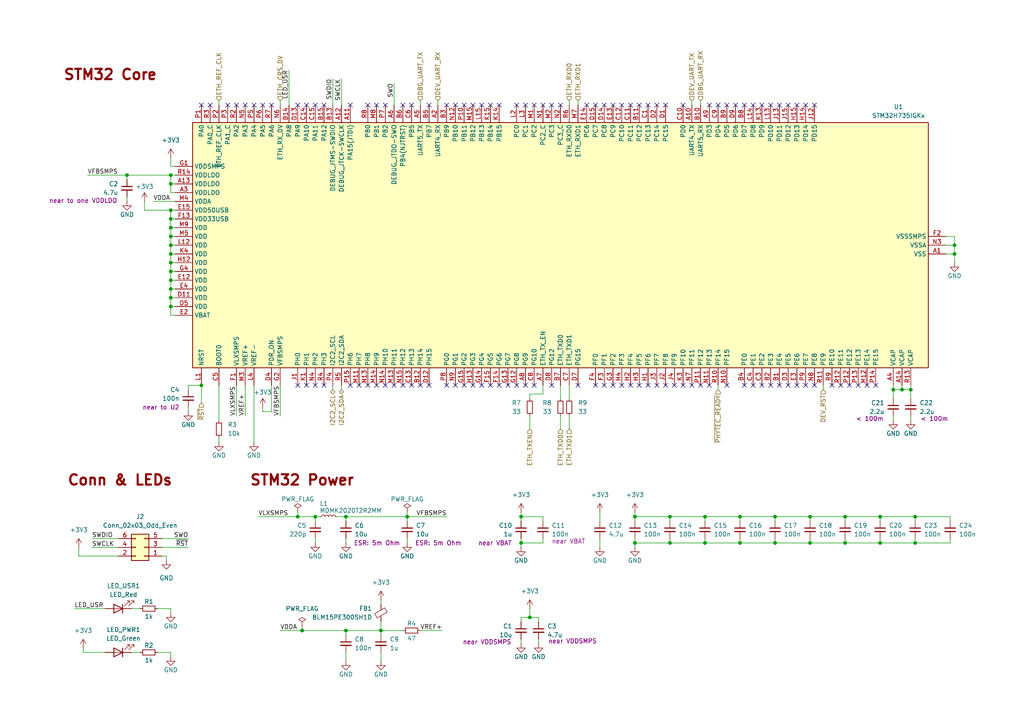
<source format=kicad_sch>
(kicad_sch (version 20250114) (generator "eeschema") (generator_version "9.0")
  (paper "A4")
  (title_block (title "tty2eth-nano: stm32") (date "2024-12-04") (rev "1") (company "Institute of Technical Chemistry - Leibniz University Hannover"))
  (text "STM32 Power" (at 87.63 139.446 0) (effects (font (size 3 3) (bold yes))))
  (text "STM32 Core" (at 32.004 21.844 0) (effects (font (size 3 3) (bold yes))))
  (text "Conn & LEDs" (at 34.798 139.446 0) (effects (font (size 3 3) (bold yes))))
  (junction (at 255.27 157.48))
  (junction (at 214.63 149.86))
  (junction (at 118.11 149.86))
  (junction (at 276.86 73.66))
  (junction (at 214.63 157.48))
  (junction (at 265.43 157.48))
  (junction (at 276.86 71.12))
  (junction (at 194.31 149.86))
  (junction (at 49.53 83.82))
  (junction (at 49.53 66.04))
  (junction (at 245.11 149.86))
  (junction (at 153.67 179.07))
  (junction (at 36.83 50.8))
  (junction (at 49.53 88.9))
  (junction (at 91.44 149.86))
  (junction (at 49.53 50.8))
  (junction (at 49.53 68.58))
  (junction (at 49.53 73.66))
  (junction (at 49.53 76.2))
  (junction (at 194.31 157.48))
  (junction (at 255.27 149.86))
  (junction (at 49.53 81.28))
  (junction (at 265.43 149.86))
  (junction (at 204.47 149.86))
  (junction (at 234.95 157.48))
  (junction (at 49.53 86.36))
  (junction (at 224.79 149.86))
  (junction (at 49.53 63.5))
  (junction (at 184.15 149.86))
  (junction (at 264.16 113.03))
  (junction (at 87.63 182.88))
  (junction (at 49.53 53.34))
  (junction (at 234.95 149.86))
  (junction (at 86.36 149.86))
  (junction (at 49.53 78.74))
  (junction (at 100.33 149.86))
  (junction (at 224.79 157.48))
  (junction (at 110.49 182.88))
  (junction (at 151.13 157.48))
  (junction (at 151.13 149.86))
  (junction (at 49.53 71.12))
  (junction (at 204.47 157.48))
  (junction (at 261.62 113.03))
  (junction (at 245.11 157.48))
  (junction (at 184.15 157.48))
  (junction (at 100.33 182.88))
  (junction (at 58.42 111.76))
  (junction (at 49.53 60.96))
  (junction (at 259.08 113.03))
  (no_connect (at 223.52 111.76))
  (no_connect (at 185.42 111.76))
  (no_connect (at 243.84 111.76))
  (no_connect (at 119.38 30.48))
  (no_connect (at 210.82 30.48))
  (no_connect (at 172.72 30.48))
  (no_connect (at 193.04 111.76))
  (no_connect (at 177.8 30.48))
  (no_connect (at 106.68 30.48))
  (no_connect (at 134.62 30.48))
  (no_connect (at 167.64 111.76))
  (no_connect (at 187.96 30.48))
  (no_connect (at 198.12 30.48))
  (no_connect (at 210.82 111.76))
  (no_connect (at 142.24 111.76))
  (no_connect (at 88.9 111.76))
  (no_connect (at 147.32 111.76))
  (no_connect (at 111.76 111.76))
  (no_connect (at 91.44 111.76))
  (no_connect (at 111.76 30.48))
  (no_connect (at 60.96 30.48))
  (no_connect (at 218.44 30.48))
  (no_connect (at 134.62 111.76))
  (no_connect (at 149.86 111.76))
  (no_connect (at 101.6 111.76))
  (no_connect (at 228.6 30.48))
  (no_connect (at 129.54 30.48))
  (no_connect (at 124.46 111.76))
  (no_connect (at 233.68 30.48))
  (no_connect (at 114.3 111.76))
  (no_connect (at 160.02 30.48))
  (no_connect (at 78.74 30.48))
  (no_connect (at 231.14 111.76))
  (no_connect (at 236.22 111.76))
  (no_connect (at 226.06 30.48))
  (no_connect (at 104.14 111.76))
  (no_connect (at 177.8 111.76))
  (no_connect (at 132.08 30.48))
  (no_connect (at 116.84 30.48))
  (no_connect (at 254 111.76))
  (no_connect (at 172.72 111.76))
  (no_connect (at 129.54 111.76))
  (no_connect (at 132.08 111.76))
  (no_connect (at 76.2 30.48))
  (no_connect (at 205.74 30.48))
  (no_connect (at 180.34 30.48))
  (no_connect (at 226.06 111.76))
  (no_connect (at 223.52 30.48))
  (no_connect (at 144.78 111.76))
  (no_connect (at 190.5 111.76))
  (no_connect (at 86.36 30.48))
  (no_connect (at 58.42 30.48))
  (no_connect (at 218.44 111.76))
  (no_connect (at 91.44 30.48))
  (no_connect (at 106.68 111.76))
  (no_connect (at 215.9 30.48))
  (no_connect (at 251.46 111.76))
  (no_connect (at 73.66 30.48))
  (no_connect (at 139.7 111.76))
  (no_connect (at 162.56 30.48))
  (no_connect (at 93.98 30.48))
  (no_connect (at 231.14 30.48))
  (no_connect (at 208.28 30.48))
  (no_connect (at 187.96 111.76))
  (no_connect (at 137.16 30.48))
  (no_connect (at 109.22 111.76))
  (no_connect (at 124.46 30.48))
  (no_connect (at 88.9 30.48))
  (no_connect (at 246.38 111.76))
  (no_connect (at 121.92 111.76))
  (no_connect (at 175.26 30.48))
  (no_connect (at 93.98 111.76))
  (no_connect (at 116.84 111.76))
  (no_connect (at 220.98 30.48))
  (no_connect (at 241.3 111.76))
  (no_connect (at 170.18 30.48))
  (no_connect (at 154.94 30.48))
  (no_connect (at 152.4 30.48))
  (no_connect (at 109.22 30.48))
  (no_connect (at 142.24 30.48))
  (no_connect (at 203.2 111.76))
  (no_connect (at 198.12 111.76))
  (no_connect (at 137.16 111.76))
  (no_connect (at 215.9 111.76))
  (no_connect (at 233.68 111.76))
  (no_connect (at 236.22 30.48))
  (no_connect (at 139.7 30.48))
  (no_connect (at 200.66 111.76))
  (no_connect (at 185.42 30.48))
  (no_connect (at 180.34 111.76))
  (no_connect (at 152.4 111.76))
  (no_connect (at 193.04 30.48))
  (no_connect (at 68.58 30.48))
  (no_connect (at 157.48 30.48))
  (no_connect (at 182.88 30.48))
  (no_connect (at 205.74 111.76))
  (no_connect (at 190.5 30.48))
  (no_connect (at 86.36 111.76))
  (no_connect (at 66.04 30.48))
  (no_connect (at 228.6 111.76))
  (no_connect (at 119.38 111.76))
  (no_connect (at 182.88 111.76))
  (no_connect (at 144.78 30.48))
  (no_connect (at 213.36 30.48))
  (no_connect (at 71.12 30.48))
  (no_connect (at 160.02 111.76))
  (no_connect (at 175.26 111.76))
  (no_connect (at 248.92 111.76))
  (no_connect (at 101.6 30.48))
  (no_connect (at 149.86 30.48))
  (no_connect (at 220.98 111.76))
  (no_connect (at 154.94 111.76))
  (no_connect (at 195.58 111.76))
  (wire (pts (xy 50.8 53.34) (xy 49.53 53.34)))
  (wire (pts (xy 22.86 161.29) (xy 34.29 161.29)))
  (wire (pts (xy 275.59 156.21) (xy 275.59 157.48)))
  (wire (pts (xy 81.28 29.21) (xy 81.28 30.48)))
  (wire (pts (xy 45.72 176.53) (xy 49.53 176.53)))
  (wire (pts (xy 22.86 158.75) (xy 22.86 161.29)))
  (wire (pts (xy 54.61 118.11) (xy 54.61 119.38)))
  (wire (pts (xy 91.44 149.86) (xy 92.71 149.86)))
  (wire (pts (xy 49.53 86.36) (xy 49.53 88.9)))
  (wire (pts (xy 100.33 156.21) (xy 100.33 157.48)))
  (wire (pts (xy 151.13 185.42) (xy 151.13 186.69)))
  (wire (pts (xy 234.95 156.21) (xy 234.95 157.48)))
  (wire (pts (xy 167.64 30.48) (xy 167.64 29.21)))
  (wire (pts (xy 151.13 149.86) (xy 157.48 149.86)))
  (wire (pts (xy 100.33 182.88) (xy 110.49 182.88)))
  (wire (pts (xy 214.63 149.86) (xy 204.47 149.86)))
  (wire (pts (xy 86.36 149.86) (xy 91.44 149.86)))
  (wire (pts (xy 162.56 111.76) (xy 162.56 115.57)))
  (wire (pts (xy 50.8 76.2) (xy 49.53 76.2)))
  (wire (pts (xy 86.36 148.59) (xy 86.36 149.86)))
  (wire (pts (xy 238.76 111.76) (xy 238.76 113.03)))
  (wire (pts (xy 153.67 176.53) (xy 153.67 179.07)))
  (wire (pts (xy 151.13 157.48) (xy 151.13 158.75)))
  (wire (pts (xy 224.79 149.86) (xy 214.63 149.86)))
  (wire (pts (xy 165.1 29.21) (xy 165.1 30.48)))
  (wire (pts (xy 265.43 157.48) (xy 275.59 157.48)))
  (wire (pts (xy 118.11 149.86) (xy 100.33 149.86)))
  (wire (pts (xy 255.27 149.86) (xy 245.11 149.86)))
  (wire (pts (xy 224.79 157.48) (xy 234.95 157.48)))
  (wire (pts (xy 265.43 149.86) (xy 255.27 149.86)))
  (wire (pts (xy 204.47 156.21) (xy 204.47 157.48)))
  (wire (pts (xy 204.47 149.86) (xy 194.31 149.86)))
  (wire (pts (xy 87.63 181.61) (xy 87.63 182.88)))
  (wire (pts (xy 245.11 149.86) (xy 234.95 149.86)))
  (wire (pts (xy 99.06 22.86) (xy 99.06 30.48)))
  (wire (pts (xy 214.63 156.21) (xy 214.63 157.48)))
  (wire (pts (xy 121.92 29.21) (xy 121.92 30.48)))
  (wire (pts (xy 49.53 71.12) (xy 49.53 68.58)))
  (wire (pts (xy 157.48 114.3) (xy 157.48 111.76)))
  (wire (pts (xy 110.49 173.99) (xy 110.49 175.26)))
  (wire (pts (xy 276.86 68.58) (xy 276.86 71.12)))
  (wire (pts (xy 245.11 157.48) (xy 255.27 157.48)))
  (wire (pts (xy 26.67 158.75) (xy 34.29 158.75)))
  (wire (pts (xy 173.99 148.59) (xy 173.99 151.13)))
  (wire (pts (xy 276.86 73.66) (xy 276.86 76.2)))
  (wire (pts (xy 162.56 120.65) (xy 162.56 124.46)))
  (wire (pts (xy 68.58 120.65) (xy 68.58 111.76)))
  (wire (pts (xy 78.74 119.38) (xy 78.74 111.76)))
  (wire (pts (xy 46.99 161.29) (xy 48.26 161.29)))
  (wire (pts (xy 214.63 157.48) (xy 224.79 157.48)))
  (wire (pts (xy 165.1 115.57) (xy 165.1 111.76)))
  (wire (pts (xy 264.16 113.03) (xy 264.16 115.57)))
  (wire (pts (xy 194.31 156.21) (xy 194.31 157.48)))
  (wire (pts (xy 153.67 120.65) (xy 153.67 124.46)))
  (wire (pts (xy 50.8 63.5) (xy 49.53 63.5)))
  (wire (pts (xy 49.53 189.23) (xy 49.53 190.5)))
  (wire (pts (xy 184.15 148.59) (xy 184.15 149.86)))
  (wire (pts (xy 50.8 73.66) (xy 49.53 73.66)))
  (wire (pts (xy 200.66 29.21) (xy 200.66 30.48)))
  (wire (pts (xy 81.28 111.76) (xy 81.28 120.65)))
  (wire (pts (xy 275.59 149.86) (xy 265.43 149.86)))
  (wire (pts (xy 36.83 50.8) (xy 49.53 50.8)))
  (wire (pts (xy 203.2 29.21) (xy 203.2 30.48)))
  (wire (pts (xy 275.59 151.13) (xy 275.59 149.86)))
  (wire (pts (xy 151.13 149.86) (xy 151.13 151.13)))
  (wire (pts (xy 184.15 157.48) (xy 194.31 157.48)))
  (wire (pts (xy 194.31 157.48) (xy 204.47 157.48)))
  (wire (pts (xy 234.95 149.86) (xy 234.95 151.13)))
  (wire (pts (xy 49.53 76.2) (xy 49.53 78.74)))
  (wire (pts (xy 255.27 156.21) (xy 255.27 157.48)))
  (wire (pts (xy 259.08 111.76) (xy 259.08 113.03)))
  (wire (pts (xy 259.08 120.65) (xy 259.08 121.92)))
  (wire (pts (xy 255.27 157.48) (xy 265.43 157.48)))
  (wire (pts (xy 91.44 156.21) (xy 91.44 157.48)))
  (wire (pts (xy 274.32 68.58) (xy 276.86 68.58)))
  (wire (pts (xy 194.31 149.86) (xy 194.31 151.13)))
  (wire (pts (xy 99.06 113.03) (xy 99.06 111.76)))
  (wire (pts (xy 49.53 63.5) (xy 49.53 66.04)))
  (wire (pts (xy 76.2 119.38) (xy 78.74 119.38)))
  (wire (pts (xy 157.48 151.13) (xy 157.48 149.86)))
  (wire (pts (xy 184.15 157.48) (xy 184.15 158.75)))
  (wire (pts (xy 26.67 156.21) (xy 34.29 156.21)))
  (wire (pts (xy 25.4 50.8) (xy 36.83 50.8)))
  (wire (pts (xy 50.8 88.9) (xy 49.53 88.9)))
  (wire (pts (xy 274.32 71.12) (xy 276.86 71.12)))
  (wire (pts (xy 156.21 179.07) (xy 156.21 180.34)))
  (wire (pts (xy 50.8 48.26) (xy 49.53 48.26)))
  (wire (pts (xy 153.67 114.3) (xy 153.67 115.57)))
  (wire (pts (xy 71.12 111.76) (xy 71.12 120.65)))
  (wire (pts (xy 44.45 58.42) (xy 50.8 58.42)))
  (wire (pts (xy 63.5 111.76) (xy 63.5 121.92)))
  (wire (pts (xy 41.91 60.96) (xy 41.91 58.42)))
  (wire (pts (xy 45.72 189.23) (xy 49.53 189.23)))
  (wire (pts (xy 50.8 78.74) (xy 49.53 78.74)))
  (wire (pts (xy 153.67 179.07) (xy 156.21 179.07)))
  (wire (pts (xy 264.16 111.76) (xy 264.16 113.03)))
  (wire (pts (xy 100.33 149.86) (xy 100.33 151.13)))
  (wire (pts (xy 36.83 50.8) (xy 36.83 52.07)))
  (wire (pts (xy 265.43 149.86) (xy 265.43 151.13)))
  (wire (pts (xy 157.48 156.21) (xy 157.48 157.48)))
  (wire (pts (xy 234.95 157.48) (xy 245.11 157.48)))
  (wire (pts (xy 46.99 156.21) (xy 54.61 156.21)))
  (wire (pts (xy 151.13 179.07) (xy 151.13 180.34)))
  (wire (pts (xy 63.5 127) (xy 63.5 128.27)))
  (wire (pts (xy 49.53 176.53) (xy 49.53 177.8)))
  (wire (pts (xy 49.53 55.88) (xy 49.53 53.34)))
  (wire (pts (xy 41.91 60.96) (xy 49.53 60.96)))
  (wire (pts (xy 157.48 157.48) (xy 151.13 157.48)))
  (wire (pts (xy 184.15 156.21) (xy 184.15 157.48)))
  (wire (pts (xy 165.1 124.46) (xy 165.1 120.65)))
  (wire (pts (xy 151.13 148.59) (xy 151.13 149.86)))
  (wire (pts (xy 24.13 189.23) (xy 30.48 189.23)))
  (wire (pts (xy 76.2 118.11) (xy 76.2 119.38)))
  (wire (pts (xy 50.8 81.28) (xy 49.53 81.28)))
  (wire (pts (xy 54.61 111.76) (xy 58.42 111.76)))
  (wire (pts (xy 38.1 189.23) (xy 40.64 189.23)))
  (wire (pts (xy 50.8 83.82) (xy 49.53 83.82)))
  (wire (pts (xy 121.92 182.88) (xy 128.27 182.88)))
  (wire (pts (xy 63.5 29.21) (xy 63.5 30.48)))
  (wire (pts (xy 118.11 156.21) (xy 118.11 157.48)))
  (wire (pts (xy 208.28 113.03) (xy 208.28 111.76)))
  (wire (pts (xy 49.53 60.96) (xy 49.53 63.5)))
  (wire (pts (xy 151.13 156.21) (xy 151.13 157.48)))
  (wire (pts (xy 255.27 149.86) (xy 255.27 151.13)))
  (wire (pts (xy 114.3 24.13) (xy 114.3 30.48)))
  (wire (pts (xy 156.21 185.42) (xy 156.21 186.69)))
  (wire (pts (xy 49.53 53.34) (xy 49.53 50.8)))
  (wire (pts (xy 100.33 189.23) (xy 100.33 191.77)))
  (wire (pts (xy 118.11 151.13) (xy 118.11 149.86)))
  (wire (pts (xy 50.8 68.58) (xy 49.53 68.58)))
  (wire (pts (xy 259.08 113.03) (xy 259.08 115.57)))
  (wire (pts (xy 91.44 149.86) (xy 91.44 151.13)))
  (wire (pts (xy 96.52 113.03) (xy 96.52 111.76)))
  (wire (pts (xy 214.63 149.86) (xy 214.63 151.13)))
  (wire (pts (xy 110.49 182.88) (xy 110.49 184.15)))
  (wire (pts (xy 49.53 88.9) (xy 49.53 91.44)))
  (wire (pts (xy 49.53 83.82) (xy 49.53 86.36)))
  (wire (pts (xy 110.49 189.23) (xy 110.49 191.77)))
  (wire (pts (xy 245.11 149.86) (xy 245.11 151.13)))
  (wire (pts (xy 100.33 184.15) (xy 100.33 182.88)))
  (wire (pts (xy 24.13 187.96) (xy 24.13 189.23)))
  (wire (pts (xy 50.8 55.88) (xy 49.53 55.88)))
  (wire (pts (xy 265.43 156.21) (xy 265.43 157.48)))
  (wire (pts (xy 49.53 48.26) (xy 49.53 45.72)))
  (wire (pts (xy 74.93 149.86) (xy 86.36 149.86)))
  (wire (pts (xy 264.16 120.65) (xy 264.16 121.92)))
  (wire (pts (xy 224.79 149.86) (xy 224.79 151.13)))
  (wire (pts (xy 21.59 176.53) (xy 30.48 176.53)))
  (wire (pts (xy 100.33 149.86) (xy 97.79 149.86)))
  (wire (pts (xy 83.82 20.32) (xy 83.82 30.48)))
  (wire (pts (xy 173.99 156.21) (xy 173.99 158.75)))
  (wire (pts (xy 50.8 71.12) (xy 49.53 71.12)))
  (wire (pts (xy 49.53 50.8) (xy 50.8 50.8)))
  (wire (pts (xy 184.15 149.86) (xy 184.15 151.13)))
  (wire (pts (xy 276.86 71.12) (xy 276.86 73.66)))
  (wire (pts (xy 261.62 113.03) (xy 261.62 111.76)))
  (wire (pts (xy 153.67 114.3) (xy 157.48 114.3)))
  (wire (pts (xy 48.26 161.29) (xy 48.26 162.56)))
  (wire (pts (xy 46.99 158.75) (xy 54.61 158.75)))
  (wire (pts (xy 38.1 176.53) (xy 40.64 176.53)))
  (wire (pts (xy 224.79 156.21) (xy 224.79 157.48)))
  (wire (pts (xy 110.49 180.34) (xy 110.49 182.88)))
  (wire (pts (xy 54.61 113.03) (xy 54.61 111.76)))
  (wire (pts (xy 234.95 149.86) (xy 224.79 149.86)))
  (wire (pts (xy 49.53 73.66) (xy 49.53 71.12)))
  (wire (pts (xy 259.08 113.03) (xy 261.62 113.03)))
  (wire (pts (xy 118.11 148.59) (xy 118.11 149.86)))
  (wire (pts (xy 50.8 60.96) (xy 49.53 60.96)))
  (wire (pts (xy 36.83 57.15) (xy 36.83 58.42)))
  (wire (pts (xy 50.8 91.44) (xy 49.53 91.44)))
  (wire (pts (xy 49.53 81.28) (xy 49.53 78.74)))
  (wire (pts (xy 127 29.21) (xy 127 30.48)))
  (wire (pts (xy 87.63 182.88) (xy 100.33 182.88)))
  (wire (pts (xy 49.53 73.66) (xy 49.53 76.2)))
  (wire (pts (xy 204.47 157.48) (xy 214.63 157.48)))
  (wire (pts (xy 245.11 156.21) (xy 245.11 157.48)))
  (wire (pts (xy 49.53 81.28) (xy 49.53 83.82)))
  (wire (pts (xy 49.53 66.04) (xy 50.8 66.04)))
  (wire (pts (xy 73.66 111.76) (xy 73.66 128.27)))
  (wire (pts (xy 261.62 113.03) (xy 264.16 113.03)))
  (wire (pts (xy 274.32 73.66) (xy 276.86 73.66)))
  (wire (pts (xy 151.13 179.07) (xy 153.67 179.07)))
  (wire (pts (xy 110.49 182.88) (xy 116.84 182.88)))
  (wire (pts (xy 49.53 66.04) (xy 49.53 68.58)))
  (wire (pts (xy 81.28 182.88) (xy 87.63 182.88)))
  (wire (pts (xy 118.11 149.86) (xy 129.54 149.86)))
  (wire (pts (xy 204.47 149.86) (xy 204.47 151.13)))
  (wire (pts (xy 96.52 22.86) (xy 96.52 30.48)))
  (wire (pts (xy 50.8 86.36) (xy 49.53 86.36)))
  (wire (pts (xy 194.31 149.86) (xy 184.15 149.86)))
  (wire (pts (xy 58.42 116.84) (xy 58.42 111.76)))
  (label "VFBSMPS" (at 25.4 50.8 0))
  (label "VLXSMPS" (at 68.58 120.65 90))
  (label "LED_USR" (at 83.82 20.32 270))
  (label "SWCLK" (at 99.06 22.86 270))
  (label "VLXSMPS" (at 74.93 149.86 0))
  (label "SWDIO" (at 26.67 156.21 0))
  (label "LED_USR" (at 21.59 176.53 0))
  (label "VDDA" (at 44.45 58.42 0))
  (label "SWCLK" (at 26.67 158.75 0))
  (label "VREF+" (at 128.27 182.88 180))
  (label "VFBSMPS" (at 129.54 149.86 180))
  (label "VFBSMPS" (at 81.28 120.65 90))
  (label "SWO" (at 54.61 156.21 180))
  (label "VDDA" (at 81.28 182.88 0))
  (label "SWO" (at 114.3 24.13 270))
  (label "SWDIO" (at 96.52 22.86 270))
  (label "~{RST}" (at 54.61 158.75 180))
  (label "VREF+" (at 71.12 120.65 90))
  (hierarchical_label "I2C2_SDA" (shape bidirectional) (at 99.06 113.03 270))
  (hierarchical_label "ETH_TXD0" (shape input) (at 162.56 124.46 270))
  (hierarchical_label "ETH_CRS_DV" (shape input) (at 81.28 29.21 90))
  (hierarchical_label "ETH_REF_CLK" (shape input) (at 63.5 29.21 90))
  (hierarchical_label "ETH_TXEN" (shape input) (at 153.67 124.46 270))
  (hierarchical_label "DEV_UART_RX" (shape input) (at 127 29.21 90))
  (hierarchical_label "I2C2_SCL" (shape bidirectional) (at 96.52 113.03 270))
  (hierarchical_label "DBG_UART_TX" (shape input) (at 121.92 29.21 90))
  (hierarchical_label "~{RST}" (shape input) (at 58.42 116.84 270))
  (hierarchical_label "DEV_UART_TX" (shape input) (at 200.66 29.21 90))
  (hierarchical_label "ETH_TXD1" (shape input) (at 165.1 124.46 270))
  (hierarchical_label "DEV_RST" (shape input) (at 238.76 113.03 270))
  (hierarchical_label "ETH_RXD1" (shape input) (at 167.64 29.21 90))
  (hierarchical_label "ETH_RXD0" (shape input) (at 165.1 29.21 90))
  (hierarchical_label "~{PHYTEC_READY}" (shape input) (at 208.28 113.03 270))
  (hierarchical_label "DBG_UART_RX" (shape input) (at 203.2 29.21 90))
  (symbol (lib_id "power:GND") (at 100.33 157.48 0) (unit 1)
    (property "Reference" "#PWR020" (effects (hide yes)))
    (property "Value" "GND" (at 100.33 161.29 0))
    (property "Description" "Power symbol creates a global label with name \"GND\" , ground" (effects (hide yes)))
  )
  (symbol (lib_id "Device:C_Small") (at 259.08 118.11 0) (mirror y) (unit 1)
    (property "Reference" "C21" (at 256.54 116.8462 0) (effects (justify left)))
    (property "Value" "2.2u" (at 256.54 119.3862 0) (effects (justify left)))
    (property "Footprint" "extras:C_0402" (effects (hide yes)))
    (property "Description" "Unpolarized capacitor, small symbol" (effects (hide yes)))
    (property "ESR" "< 100m" (at 256.286 121.412 0) (effects (justify left)))
    (property "Mouser Part Number" "963-MSASL105SB5225KF" (effects (hide yes)))
  )
  (symbol (lib_id "power:GND") (at 49.53 177.8 0) (unit 1)
    (property "Reference" "#PWR011" (effects (hide yes)))
    (property "Value" "GND" (at 49.53 181.61 0))
    (property "Description" "Power symbol creates a global label with name \"GND\" , ground" (effects (hide yes)))
  )
  (symbol (lib_id "power:GND") (at 276.86 76.2 0) (unit 1)
    (property "Reference" "#PWR033" (effects (hide yes)))
    (property "Value" "GND" (at 276.86 80.01 0))
    (property "Description" "Power symbol creates a global label with name \"GND\" , ground" (effects (hide yes)))
  )
  (symbol (lib_id "Device:LED") (at 34.29 189.23 180) (unit 1)
    (property "Reference" "LED_PWR1" (at 35.814 182.626 0))
    (property "Value" "LED_Green" (at 35.814 185.166 0))
    (property "Footprint" "LED_SMD:LED_0402_1005Metric_Pad0.77x0.64mm_HandSolder" (effects (hide yes)))
    (property "Description" "Light emitting diode" (effects (hide yes)))
    (property "Mouser Part Number" "755-SML-P11MTT86R" (effects (hide yes)))
    (property "Display" "PWR" (effects (hide yes)))
  )
  (symbol (lib_id "Device:C_Small") (at 157.48 153.67 0) (unit 1)
    (property "Reference" "C11" (at 160.02 152.4062 0) (effects (justify left)))
    (property "Value" "100n" (at 160.02 154.9462 0) (effects (justify left)))
    (property "Footprint" "extras:C_0402" (effects (hide yes)))
    (property "Description" "Unpolarized capacitor, small symbol" (effects (hide yes)))
    (property "note" "near VBAT" (at 160.02 156.972 0) (effects (justify left)))
    (property "Mouser Part Number" "80-C0402C104K4R7867" (effects (hide yes)))
  )
  (symbol (lib_id "power:PWR_FLAG") (at 86.36 148.59 0) (unit 1)
    (property "Reference" "#FLG03" (effects (hide yes)))
    (property "Value" "PWR_FLAG" (at 86.36 144.78 0))
    (property "Description" "Special symbol for telling ERC where power comes from" (effects (hide yes)))
  )
  (symbol (lib_id "power:GND") (at 54.61 119.38 0) (unit 1)
    (property "Reference" "#PWR013" (effects (hide yes)))
    (property "Value" "GND" (at 54.61 123.19 0))
    (property "Description" "Power symbol creates a global label with name \"GND\" , ground" (effects (hide yes)))
  )
  (symbol (lib_id "Device:C_Small") (at 184.15 153.67 0) (unit 1)
    (property "Reference" "C13" (at 186.69 152.4062 0) (effects (justify left)))
    (property "Value" "100n" (at 186.69 154.9462 0) (effects (justify left)))
    (property "Footprint" "extras:C_0402" (effects (hide yes)))
    (property "Description" "Unpolarized capacitor, small symbol" (effects (hide yes)))
    (property "Mouser Part Number" "80-C0402C104K4R7867" (effects (hide yes)))
  )
  (symbol (lib_id "Device:C_Small") (at 255.27 153.67 0) (unit 1)
    (property "Reference" "C20" (at 257.81 152.4062 0) (effects (justify left)))
    (property "Value" "100n" (at 257.81 154.9462 0) (effects (justify left)))
    (property "Footprint" "extras:C_0402" (effects (hide yes)))
    (property "Description" "Unpolarized capacitor, small symbol" (effects (hide yes)))
    (property "Mouser Part Number" "80-C0402C104K4R7867" (effects (hide yes)))
  )
  (symbol (lib_id "power:+3V3") (at 22.86 158.75 0) (unit 1)
    (property "Reference" "#PWR014" (effects (hide yes)))
    (property "Value" "+3V3" (at 22.86 153.67 0))
    (property "Description" "Power symbol creates a global label with name \"+3V3\"" (effects (hide yes)))
  )
  (symbol (lib_id "power:PWR_FLAG") (at 118.11 148.59 0) (unit 1)
    (property "Reference" "#FLG04" (effects (hide yes)))
    (property "Value" "PWR_FLAG" (at 118.11 144.78 0))
    (property "Description" "Special symbol for telling ERC where power comes from" (effects (hide yes)))
  )
  (symbol (lib_id "Device:C_Small") (at 224.79 153.67 0) (unit 1)
    (property "Reference" "C17" (at 227.33 152.4062 0) (effects (justify left)))
    (property "Value" "100n" (at 227.33 154.9462 0) (effects (justify left)))
    (property "Footprint" "extras:C_0402" (effects (hide yes)))
    (property "Description" "Unpolarized capacitor, small symbol" (effects (hide yes)))
    (property "Mouser Part Number" "80-C0402C104K4R7867" (effects (hide yes)))
  )
  (symbol (lib_id "Device:C_Small") (at 214.63 153.67 0) (unit 1)
    (property "Reference" "C16" (at 217.17 152.4062 0) (effects (justify left)))
    (property "Value" "100n" (at 217.17 154.9462 0) (effects (justify left)))
    (property "Footprint" "extras:C_0402" (effects (hide yes)))
    (property "Description" "Unpolarized capacitor, small symbol" (effects (hide yes)))
    (property "Mouser Part Number" "80-C0402C104K4R7867" (effects (hide yes)))
  )
  (symbol (lib_id "power:+3V3") (at 76.2 118.11 0) (unit 1)
    (property "Reference" "#PWR017" (effects (hide yes)))
    (property "Value" "+3V3" (at 76.2 113.792 0))
    (property "Description" "Power symbol creates a global label with name \"+3V3\"" (effects (hide yes)))
  )
  (symbol (lib_id "Device:C_Small") (at 151.13 182.88 0) (mirror y) (unit 1)
    (property "Reference" "C1" (at 148.59 181.6162 0) (effects (justify left)))
    (property "Value" "10u" (at 148.59 184.1562 0) (effects (justify left)))
    (property "Footprint" "extras:C_0402" (effects (hide yes)))
    (property "Description" "Unpolarized capacitor, small symbol" (effects (hide yes)))
    (property "note" "near VDDSMPS" (at 148.336 186.182 0) (effects (justify left)))
    (property "Mouser Part Number" "187-CL05A106MP6NUN8" (effects (hide yes)))
  )
  (symbol (lib_id "Device:C_Small") (at 118.11 153.67 0) (unit 1)
    (property "Reference" "C7" (at 120.65 152.4062 0) (effects (justify left)))
    (property "Value" "10u" (at 120.65 154.9462 0) (effects (justify left)))
    (property "Footprint" "extras:C_0402" (effects (hide yes)))
    (property "Description" "Unpolarized capacitor, small symbol" (effects (hide yes)))
    (property "ESR" "5m Ohm" (at 120.396 157.48 0) (show_name yes) (effects (justify left)))
    (property "Mouser Part Number" "187-CL05A106MP6NUN8" (effects (hide yes)))
  )
  (symbol (lib_id "power:GND") (at 73.66 128.27 0) (unit 1)
    (property "Reference" "#PWR016" (effects (hide yes)))
    (property "Value" "GND" (at 73.66 132.08 0))
    (property "Description" "Power symbol creates a global label with name \"GND\" , ground" (effects (hide yes)))
  )
  (symbol (lib_id "Connector_Generic:Conn_02x03_Odd_Even") (at 41.91 158.75 180) (unit 1)
    (property "Reference" "J2" (at 40.64 149.86 0))
    (property "Value" "Conn_02x03_Odd_Even" (at 40.64 152.4 0))
    (property "Footprint" "extras:SAMTEC_CLT-103-01-F-D" (effects (hide yes)))
    (property "Description" "Generic connector, double row, 02x03, odd/even pin numbering scheme (row 1 odd numbers, row 2 even numbers), script generated (kicad-library-utils/schlib/autogen/connector/)" (effects (hide yes)))
    (property "Mouser Part Number" "710-62000621121" (effects (hide yes)))
  )
  (symbol (lib_id "power:GND") (at 173.99 158.75 0) (unit 1)
    (property "Reference" "#PWR028" (effects (hide yes)))
    (property "Value" "GND" (at 173.99 162.56 0))
    (property "Description" "Power symbol creates a global label with name \"GND\" , ground" (effects (hide yes)))
  )
  (symbol (lib_id "power:+3V3") (at 49.53 45.72 0) (unit 1)
    (property "Reference" "#PWR010" (effects (hide yes)))
    (property "Value" "+3V3" (at 49.53 40.64 0))
    (property "Description" "Power symbol creates a global label with name \"+3V3\"" (effects (hide yes)))
  )
  (symbol (lib_id "Device:C_Small") (at 54.61 115.57 0) (mirror y) (unit 1)
    (property "Reference" "C4" (at 52.07 113.0362 0) (effects (justify left)))
    (property "Value" "100n" (at 52.07 115.5762 0) (effects (justify left)))
    (property "Footprint" "extras:C_0402" (effects (hide yes)))
    (property "Description" "Unpolarized capacitor, small symbol" (effects (hide yes)))
    (property "note" "near to U2" (at 52.07 118.1162 0) (effects (justify left)))
    (property "Mouser Part Number" "80-C0402C104K4R7867" (effects (hide yes)))
  )
  (symbol (lib_id "Device:R_Small") (at 43.18 176.53 90) (unit 1)
    (property "Reference" "R1" (at 43.18 174.498 90))
    (property "Value" "1k" (at 43.18 178.816 90))
    (property "Footprint" "extras:R_0402" (effects (hide yes)))
    (property "Description" "Resistor, small symbol" (effects (hide yes)))
    (property "Mouser Part Number" "652-CR0402AFX1001GLF" (effects (hide yes)))
  )
  (symbol (lib_id "Device:R_Small") (at 63.5 124.46 0) (unit 1)
    (property "Reference" "R3" (at 66.04 123.1899 0) (effects (justify left)))
    (property "Value" "10k" (at 66.04 125.7299 0) (effects (justify left)))
    (property "Footprint" "extras:R_0402" (effects (hide yes)))
    (property "Description" "Resistor, small symbol" (effects (hide yes)))
    (property "Mouser Part Number" "652-CR0402AFX1002GAS" (effects (hide yes)))
  )
  (symbol (lib_id "power:GND") (at 156.21 186.69 0) (unit 1)
    (property "Reference" "#PWR08" (effects (hide yes)))
    (property "Value" "GND" (at 156.21 190.5 0))
    (property "Description" "Power symbol creates a global label with name \"GND\" , ground" (effects (hide yes)))
  )
  (symbol (lib_id "power:GND") (at 151.13 158.75 0) (unit 1)
    (property "Reference" "#PWR026" (effects (hide yes)))
    (property "Value" "GND" (at 151.13 162.56 0))
    (property "Description" "Power symbol creates a global label with name \"GND\" , ground" (effects (hide yes)))
  )
  (symbol (lib_id "Device:R_Small") (at 162.56 118.11 180) (unit 1)
    (property "Reference" "R8" (at 160.02 116.8399 0) (effects (justify left)))
    (property "Value" "33" (at 160.02 119.3799 0) (effects (justify left)))
    (property "Footprint" "extras:R_0402" (effects (hide yes)))
    (property "Description" "Resistor, small symbol" (effects (hide yes)))
    (property "Mouser Part Number" "652-CR0402FX-47R0GLF" (effects (hide yes)))
  )
  (symbol (lib_id "Device:C_Small") (at 156.21 182.88 0) (unit 1)
    (property "Reference" "C3" (at 158.75 181.6162 0) (effects (justify left)))
    (property "Value" "4.7u" (at 158.75 184.1562 0) (effects (justify left)))
    (property "Footprint" "extras:C_0402" (effects (hide yes)))
    (property "Description" "Unpolarized capacitor, small symbol" (effects (hide yes)))
    (property "note" "near VDDSMPS" (at 159.004 185.928 0) (effects (justify left)))
    (property "Mouser Part Number" "187-CL05A475MP5NRNC" (effects (hide yes)))
  )
  (symbol (lib_id "power:GND") (at 91.44 157.48 0) (unit 1)
    (property "Reference" "#PWR018" (effects (hide yes)))
    (property "Value" "GND" (at 91.44 161.29 0))
    (property "Description" "Power symbol creates a global label with name \"GND\" , ground" (effects (hide yes)))
  )
  (symbol (lib_id "extras:STM32H735IGKx") (at 162.56 71.12 90) (unit 1)
    (property "Reference" "U1" (at 260.604 30.988 90))
    (property "Value" "STM32H735IGKx" (at 260.604 33.528 90))
    (property "Footprint" "extras:UFBGA-201_10x10mm_Layout15x15_P0.65mm" (effects (hide yes)))
    (property "Datasheet" "https://www.st.com/resource/en/datasheet/stm32h735ig.pdf" (effects (hide yes)))
    (property "Description" "STMicroelectronics Arm Cortex-M7 MCU, 1024KB flash, 564KB RAM, 550 MHz, 1.62-3.6V, 132 GPIO, UFBGA176" (effects (hide yes)))
    (property "Mouser Part Number" "511-STM32H735IGK6" (effects (hide yes)))
    (pin "R5" (alternate "I2C2_SDA"))
    (pin "R6" (alternate "ETH_RXD0"))
    (pin "P2" (alternate "ETH_REF_CLK"))
    (pin "A7" (alternate "ETH_TX_EN"))
    (pin "A2" (alternate "UART4_RX"))
    (pin "A10" (alternate "UART4_TX"))
    (pin "M7" (alternate "ETH_RXD1"))
    (pin "C7" (alternate "ETH_TXD1"))
    (pin "B10" (alternate "UART5_RX"))
    (pin "A12" (alternate "DEBUG_JTCK-SWCLK"))
    (pin "A6" (alternate "DEBUG_JTDO-SWO"))
    (pin "A5" (alternate "UART5_TX"))
    (pin "L3" (alternate "PC1"))
    (pin "B13" (alternate "DEBUG_JTMS-SWDIO"))
    (pin "N6" (alternate "ETH_RX_DV"))
    (pin "B7" (alternate "ETH_TXD0"))
    (pin "R2" (alternate "PA2"))
    (pin "P4" (alternate "I2C2_SCL"))
  )
  (symbol (lib_id "power:+3V3") (at 151.13 148.59 0) (unit 1)
    (property "Reference" "#PWR025" (effects (hide yes)))
    (property "Value" "+3V3" (at 151.13 143.51 0))
    (property "Description" "Power symbol creates a global label with name \"+3V3\"" (effects (hide yes)))
  )
  (symbol (lib_id "power:GND") (at 151.13 186.69 0) (unit 1)
    (property "Reference" "#PWR05" (effects (hide yes)))
    (property "Value" "GND" (at 151.13 190.5 0))
    (property "Description" "Power symbol creates a global label with name \"GND\" , ground" (effects (hide yes)))
  )
  (symbol (lib_id "Device:R_Small") (at 165.1 118.11 180) (unit 1)
    (property "Reference" "R9" (at 167.64 116.8399 0) (effects (justify right)))
    (property "Value" "33" (at 167.64 119.3799 0) (effects (justify right)))
    (property "Footprint" "extras:R_0402" (effects (hide yes)))
    (property "Description" "Resistor, small symbol" (effects (hide yes)))
    (property "Mouser Part Number" "652-CR0402FX-47R0GLF" (effects (hide yes)))
  )
  (symbol (lib_id "power:GND") (at 100.33 191.77 0) (unit 1)
    (property "Reference" "#PWR022" (effects (hide yes)))
    (property "Value" "GND" (at 100.33 195.58 0))
    (property "Description" "Power symbol creates a global label with name \"GND\" , ground" (effects (hide yes)))
  )
  (symbol (lib_id "power:+3V3") (at 153.67 176.53 0) (unit 1)
    (property "Reference" "#PWR07" (effects (hide yes)))
    (property "Value" "+3V3" (at 153.67 171.45 0))
    (property "Description" "Power symbol creates a global label with name \"+3V3\"" (effects (hide yes)))
  )
  (symbol (lib_id "Device:FerriteBead_Small") (at 110.49 177.8 0) (mirror y) (unit 1)
    (property "Reference" "FB1" (at 107.95 176.4918 0) (effects (justify left)))
    (property "Value" "BLM15PE300SH1D" (at 107.95 179.0318 0) (effects (justify left)))
    (property "Footprint" "extras:L_0402" (effects (hide yes)))
    (property "Description" "Ferrite bead, small symbol" (effects (hide yes)))
    (property "Mouser Part Number" "81-BLM15PE300SH1D" (effects (hide yes)))
  )
  (symbol (lib_id "power:GND") (at 118.11 157.48 0) (unit 1)
    (property "Reference" "#PWR021" (effects (hide yes)))
    (property "Value" "GND" (at 118.11 161.29 0))
    (property "Description" "Power symbol creates a global label with name \"GND\" , ground" (effects (hide yes)))
  )
  (symbol (lib_id "power:GND") (at 63.5 128.27 0) (unit 1)
    (property "Reference" "#PWR015" (effects (hide yes)))
    (property "Value" "GND" (at 63.5 132.08 0))
    (property "Description" "Power symbol creates a global label with name \"GND\" , ground" (effects (hide yes)))
  )
  (symbol (lib_id "Device:C_Small") (at 265.43 153.67 0) (unit 1)
    (property "Reference" "C23" (at 267.97 152.4062 0) (effects (justify left)))
    (property "Value" "100n" (at 267.97 154.9462 0) (effects (justify left)))
    (property "Footprint" "extras:C_0402" (effects (hide yes)))
    (property "Description" "Unpolarized capacitor, small symbol" (effects (hide yes)))
    (property "Mouser Part Number" "80-C0402C104K4R7867" (effects (hide yes)))
  )
  (symbol (lib_id "Device:LED") (at 34.29 176.53 180) (unit 1)
    (property "Reference" "LED_USR1" (at 35.814 169.926 0))
    (property "Value" "LED_Red" (at 35.814 172.466 0))
    (property "Footprint" "LED_SMD:LED_0402_1005Metric_Pad0.77x0.64mm_HandSolder" (effects (hide yes)))
    (property "Description" "Light emitting diode" (effects (hide yes)))
    (property "Mouser Part Number" "755-SML-P11UTT86R" (effects (hide yes)))
    (property "Display" "USR" (effects (hide yes)))
  )
  (symbol (lib_id "Device:C_Small") (at 275.59 153.67 0) (unit 1)
    (property "Reference" "C24" (at 278.13 152.4062 0) (effects (justify left)))
    (property "Value" "100n" (at 278.13 154.9462 0) (effects (justify left)))
    (property "Footprint" "extras:C_0402" (effects (hide yes)))
    (property "Description" "Unpolarized capacitor, small symbol" (effects (hide yes)))
    (property "Mouser Part Number" "80-C0402C104K4R7867" (effects (hide yes)))
  )
  (symbol (lib_id "Device:R_Small") (at 43.18 189.23 90) (unit 1)
    (property "Reference" "R2" (at 43.18 187.198 90))
    (property "Value" "1k" (at 43.18 191.516 90))
    (property "Footprint" "extras:R_0402" (effects (hide yes)))
    (property "Description" "Resistor, small symbol" (effects (hide yes)))
    (property "Mouser Part Number" "652-CR0402AFX1001GLF" (effects (hide yes)))
  )
  (symbol (lib_id "Device:C_Small") (at 36.83 54.61 0) (mirror y) (unit 1)
    (property "Reference" "C2" (at 34.29 53.3462 0) (effects (justify left)))
    (property "Value" "4.7u" (at 34.29 55.8862 0) (effects (justify left)))
    (property "Footprint" "extras:C_0402" (effects (hide yes)))
    (property "Description" "Unpolarized capacitor, small symbol" (effects (hide yes)))
    (property "note" "near to one VDDLDO" (at 24.13 58.166 0))
    (property "Mouser Part Number" "187-CL05A475MP5NRNC" (effects (hide yes)))
  )
  (symbol (lib_id "Device:C_Small") (at 173.99 153.67 0) (unit 1)
    (property "Reference" "C12" (at 176.53 152.4062 0) (effects (justify left)))
    (property "Value" "4.7u" (at 176.53 154.9462 0) (effects (justify left)))
    (property "Footprint" "extras:C_0402" (effects (hide yes)))
    (property "Description" "Unpolarized capacitor, small symbol" (effects (hide yes)))
    (property "Mouser Part Number" "187-CL05A475MP5NRNC" (effects (hide yes)))
  )
  (symbol (lib_id "power:GND") (at 48.26 162.56 0) (unit 1)
    (property "Reference" "#PWR019" (effects (hide yes)))
    (property "Value" "GND" (at 48.26 167.64 0))
    (property "Description" "Power symbol creates a global label with name \"GND\" , ground" (effects (hide yes)))
  )
  (symbol (lib_id "Device:R_Small") (at 119.38 182.88 90) (unit 1)
    (property "Reference" "R4" (at 119.38 180.848 90))
    (property "Value" "47" (at 119.38 185.166 90))
    (property "Footprint" "extras:R_0402" (effects (hide yes)))
    (property "Description" "Resistor, small symbol" (effects (hide yes)))
    (property "Mouser Part Number" "652-CR0402FX-47R0GLF" (effects (hide yes)))
  )
  (symbol (lib_id "power:+3V3") (at 184.15 148.59 0) (unit 1)
    (property "Reference" "#PWR029" (effects (hide yes)))
    (property "Value" "+3V3" (at 184.15 143.51 0))
    (property "Description" "Power symbol creates a global label with name \"+3V3\"" (effects (hide yes)))
  )
  (symbol (lib_id "Device:C_Small") (at 194.31 153.67 0) (unit 1)
    (property "Reference" "C14" (at 196.85 152.4062 0) (effects (justify left)))
    (property "Value" "100n" (at 196.85 154.9462 0) (effects (justify left)))
    (property "Footprint" "extras:C_0402" (effects (hide yes)))
    (property "Description" "Unpolarized capacitor, small symbol" (effects (hide yes)))
    (property "Mouser Part Number" "80-C0402C104K4R7867" (effects (hide yes)))
  )
  (symbol (lib_id "Device:C_Small") (at 110.49 186.69 0) (unit 1)
    (property "Reference" "C9" (at 113.03 185.4262 0) (effects (justify left)))
    (property "Value" "1u" (at 113.03 187.9662 0) (effects (justify left)))
    (property "Footprint" "extras:C_0402" (effects (hide yes)))
    (property "Description" "Unpolarized capacitor, small symbol" (effects (hide yes)))
    (property "Mouser Part Number" "187-CL05A105KO5NNNC" (effects (hide yes)))
  )
  (symbol (lib_id "Device:C_Small") (at 151.13 153.67 0) (mirror y) (unit 1)
    (property "Reference" "C10" (at 148.59 152.4062 0) (effects (justify left)))
    (property "Value" "1u" (at 148.59 154.9462 0) (effects (justify left)))
    (property "Footprint" "extras:C_0402" (effects (hide yes)))
    (property "Description" "Unpolarized capacitor, small symbol" (effects (hide yes)))
    (property "note" "near VBAT" (at 138.684 157.48 0) (effects (justify right)))
    (property "Mouser Part Number" "187-CL05A105KO5NNNC" (effects (hide yes)))
  )
  (symbol (lib_id "Device:C_Small") (at 204.47 153.67 0) (unit 1)
    (property "Reference" "C15" (at 207.01 152.4062 0) (effects (justify left)))
    (property "Value" "100n" (at 207.01 154.9462 0) (effects (justify left)))
    (property "Footprint" "extras:C_0402" (effects (hide yes)))
    (property "Description" "Unpolarized capacitor, small symbol" (effects (hide yes)))
    (property "Mouser Part Number" "80-C0402C104K4R7867" (effects (hide yes)))
  )
  (symbol (lib_id "power:GND") (at 264.16 121.92 0) (unit 1)
    (property "Reference" "#PWR032" (effects (hide yes)))
    (property "Value" "GND" (at 264.16 125.73 0))
    (property "Description" "Power symbol creates a global label with name \"GND\" , ground" (effects (hide yes)))
  )
  (symbol (lib_id "power:GND") (at 110.49 191.77 0) (unit 1)
    (property "Reference" "#PWR024" (effects (hide yes)))
    (property "Value" "GND" (at 110.49 195.58 0))
    (property "Description" "Power symbol creates a global label with name \"GND\" , ground" (effects (hide yes)))
  )
  (symbol (lib_id "power:+3V3") (at 110.49 173.99 0) (unit 1)
    (property "Reference" "#PWR023" (effects (hide yes)))
    (property "Value" "+3V3" (at 110.49 168.91 0))
    (property "Description" "Power symbol creates a global label with name \"+3V3\"" (effects (hide yes)))
  )
  (symbol (lib_id "power:PWR_FLAG") (at 87.63 181.61 0) (unit 1)
    (property "Reference" "#FLG05" (effects (hide yes)))
    (property "Value" "PWR_FLAG" (at 87.63 176.53 0))
    (property "Description" "Special symbol for telling ERC where power comes from" (effects (hide yes)))
  )
  (symbol (lib_id "Device:C_Small") (at 100.33 153.67 0) (unit 1)
    (property "Reference" "C6" (at 102.87 152.4062 0) (effects (justify left)))
    (property "Value" "10u" (at 102.87 154.9462 0) (effects (justify left)))
    (property "Footprint" "extras:C_0402" (effects (hide yes)))
    (property "Description" "Unpolarized capacitor, small symbol" (effects (hide yes)))
    (property "ESR" "5m Ohm" (at 102.616 157.48 0) (show_name yes) (effects (justify left)))
    (property "Mouser Part Number" "187-CL05A106MP6NUN8" (effects (hide yes)))
  )
  (symbol (lib_id "Device:C_Small") (at 100.33 186.69 0) (unit 1)
    (property "Reference" "C8" (at 102.87 185.4262 0) (effects (justify left)))
    (property "Value" "100n" (at 102.87 187.9662 0) (effects (justify left)))
    (property "Footprint" "extras:C_0402" (effects (hide yes)))
    (property "Description" "Unpolarized capacitor, small symbol" (effects (hide yes)))
    (property "Mouser Part Number" "80-C0402C104K4R7867" (effects (hide yes)))
  )
  (symbol (lib_id "Device:R_Small") (at 153.67 118.11 180) (unit 1)
    (property "Reference" "R7" (at 151.13 116.8399 0) (effects (justify left)))
    (property "Value" "33" (at 151.13 119.3799 0) (effects (justify left)))
    (property "Footprint" "extras:R_0402" (effects (hide yes)))
    (property "Description" "Resistor, small symbol" (effects (hide yes)))
    (property "Mouser Part Number" "652-CR0402FX-47R0GLF" (effects (hide yes)))
  )
  (symbol (lib_id "power:GND") (at 184.15 158.75 0) (unit 1)
    (property "Reference" "#PWR030" (effects (hide yes)))
    (property "Value" "GND" (at 184.15 162.56 0))
    (property "Description" "Power symbol creates a global label with name \"GND\" , ground" (effects (hide yes)))
  )
  (symbol (lib_id "Device:L_Small") (at 95.25 149.86 270) (mirror x) (unit 1)
    (property "Reference" "L1" (at 92.71 146.05 90) (effects (justify left)))
    (property "Value" "MDMK2020T2R2MM" (at 92.71 148.082 90) (effects (justify left)))
    (property "Footprint" "Inductor_SMD:L_Taiyo-Yuden_NR-20xx" (effects (hide yes)))
    (property "Description" "Inductor, small symbol" (effects (hide yes)))
    (property "Mouser Part Number" "963-MDMK2020T2R2MM" (effects (hide yes)))
  )
  (symbol (lib_id "power:+3V3") (at 24.13 187.96 0) (unit 1)
    (property "Reference" "#PWR04" (effects (hide yes)))
    (property "Value" "+3V3" (at 24.13 182.88 0))
    (property "Description" "Power symbol creates a global label with name \"+3V3\"" (effects (hide yes)))
  )
  (symbol (lib_id "power:+3V3") (at 173.99 148.59 0) (unit 1)
    (property "Reference" "#PWR027" (effects (hide yes)))
    (property "Value" "+3V3" (at 173.99 143.51 0))
    (property "Description" "Power symbol creates a global label with name \"+3V3\"" (effects (hide yes)))
  )
  (symbol (lib_id "Device:C_Small") (at 91.44 153.67 0) (mirror y) (unit 1)
    (property "Reference" "C5" (at 88.9 152.4062 0) (effects (justify left)))
    (property "Value" "220p" (at 88.9 154.9462 0) (effects (justify left)))
    (property "Footprint" "extras:C_0402" (effects (hide yes)))
    (property "Description" "Unpolarized capacitor, small symbol" (effects (hide yes)))
    (property "Mouser Part Number" "187-CL05C221JB5NNNC" (effects (hide yes)))
  )
  (symbol (lib_id "Device:C_Small") (at 234.95 153.67 0) (unit 1)
    (property "Reference" "C18" (at 237.49 152.4062 0) (effects (justify left)))
    (property "Value" "100n" (at 237.49 154.9462 0) (effects (justify left)))
    (property "Footprint" "extras:C_0402" (effects (hide yes)))
    (property "Description" "Unpolarized capacitor, small symbol" (effects (hide yes)))
    (property "Mouser Part Number" "80-C0402C104K4R7867" (effects (hide yes)))
  )
  (symbol (lib_id "power:GND") (at 259.08 121.92 0) (unit 1)
    (property "Reference" "#PWR031" (effects (hide yes)))
    (property "Value" "GND" (at 259.08 125.73 0))
    (property "Description" "Power symbol creates a global label with name \"GND\" , ground" (effects (hide yes)))
  )
  (symbol (lib_id "power:GND") (at 49.53 190.5 0) (unit 1)
    (property "Reference" "#PWR012" (effects (hide yes)))
    (property "Value" "GND" (at 49.53 194.31 0))
    (property "Description" "Power symbol creates a global label with name \"GND\" , ground" (effects (hide yes)))
  )
  (symbol (lib_id "Device:C_Small") (at 245.11 153.67 0) (unit 1)
    (property "Reference" "C19" (at 247.65 152.4062 0) (effects (justify left)))
    (property "Value" "100n" (at 247.65 154.9462 0) (effects (justify left)))
    (property "Footprint" "extras:C_0402" (effects (hide yes)))
    (property "Description" "Unpolarized capacitor, small symbol" (effects (hide yes)))
    (property "Mouser Part Number" "80-C0402C104K4R7867" (effects (hide yes)))
  )
  (symbol (lib_id "Device:C_Small") (at 264.16 118.11 0) (unit 1)
    (property "Reference" "C22" (at 266.7 116.8462 0) (effects (justify left)))
    (property "Value" "2.2u" (at 266.7 119.3862 0) (effects (justify left)))
    (property "Footprint" "extras:C_0402" (effects (hide yes)))
    (property "Description" "Unpolarized capacitor, small symbol" (effects (hide yes)))
    (property "ESR" "< 100m" (at 266.954 121.412 0) (effects (justify left)))
    (property "Mouser Part Number" "963-MSASL105SB5225KF" (effects (hide yes)))
  )
  (symbol (lib_id "power:GND") (at 36.83 58.42 0) (mirror y) (unit 1)
    (property "Reference" "#PWR06" (effects (hide yes)))
    (property "Value" "GND" (at 36.83 62.23 0))
    (property "Description" "Power symbol creates a global label with name \"GND\" , ground" (effects (hide yes)))
  )
  (symbol (lib_id "power:+3V3") (at 41.91 58.42 0) (unit 1)
    (property "Reference" "#PWR09" (effects (hide yes)))
    (property "Value" "+3V3" (at 41.91 54.102 0))
    (property "Description" "Power symbol creates a global label with name \"+3V3\"" (effects (hide yes)))
  )
)
</source>
